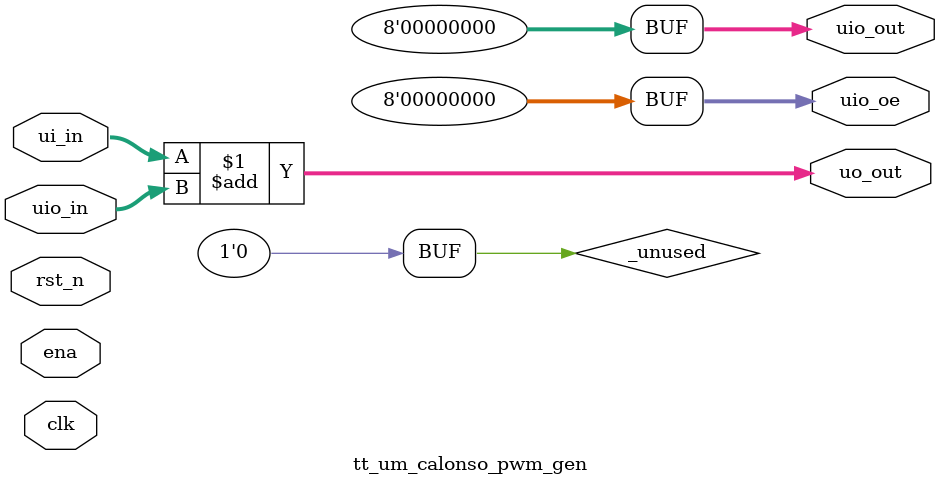
<source format=v>
/*
 * Copyright (c) 2024 Your Name
 * SPDX-License-Identifier: Apache-2.0
 */

`default_nettype none

module tt_um_calonso_pwm_gen (
    input  wire [7:0] ui_in,    // Dedicated inputs
    output wire [7:0] uo_out,   // Dedicated outputs
    input  wire [7:0] uio_in,   // IOs: Input path
    output wire [7:0] uio_out,  // IOs: Output path
    output wire [7:0] uio_oe,   // IOs: Enable path (active high: 0=input, 1=output)
    input  wire       ena,      // always 1 when the design is powered, so you can ignore it
    input  wire       clk,      // clock
    input  wire       rst_n     // reset_n - low to reset
);

  // All output pins must be assigned. If not used, assign to 0.
  assign uo_out  = ui_in + uio_in;  // Example: ou_out is the sum of ui_in and uio_in
  assign uio_out = 0;
  assign uio_oe  = 0;

  // List all unused inputs to prevent warnings
  wire _unused = &{ena, clk, rst_n, 1'b0};

endmodule

</source>
